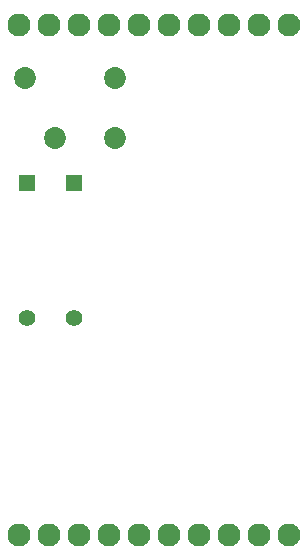
<source format=gbr>
%TF.GenerationSoftware,KiCad,Pcbnew,8.0.8*%
%TF.CreationDate,2025-03-19T16:23:10-04:00*%
%TF.ProjectId,RTDS Control Module V3.0,52544453-2043-46f6-9e74-726f6c204d6f,rev?*%
%TF.SameCoordinates,Original*%
%TF.FileFunction,Soldermask,Bot*%
%TF.FilePolarity,Negative*%
%FSLAX46Y46*%
G04 Gerber Fmt 4.6, Leading zero omitted, Abs format (unit mm)*
G04 Created by KiCad (PCBNEW 8.0.8) date 2025-03-19 16:23:10*
%MOMM*%
%LPD*%
G01*
G04 APERTURE LIST*
%ADD10R,1.397000X1.397000*%
%ADD11C,1.397000*%
%ADD12C,1.854000*%
%ADD13C,1.954000*%
G04 APERTURE END LIST*
D10*
%TO.C,R2*%
X55500000Y-38750000D03*
D11*
X55500000Y-50180000D03*
%TD*%
D12*
%TO.C,K1*%
X53890000Y-34980000D03*
X58970000Y-34980000D03*
X58970000Y-29900000D03*
X51350000Y-29900000D03*
%TD*%
D13*
%TO.C,J2*%
X50800000Y-68580000D03*
X53340000Y-68580000D03*
X55880000Y-68580000D03*
X58420000Y-68580000D03*
X60960000Y-68580000D03*
X63500000Y-68580000D03*
X66040000Y-68580000D03*
X68580000Y-68580000D03*
X71120000Y-68580000D03*
X73660000Y-68580000D03*
%TD*%
D10*
%TO.C,R1*%
X51500000Y-38785000D03*
D11*
X51500000Y-50215000D03*
%TD*%
D13*
%TO.C,J1*%
X50800000Y-25400000D03*
X53340000Y-25400000D03*
X55880000Y-25400000D03*
X58420000Y-25400000D03*
X60960000Y-25400000D03*
X63500000Y-25400000D03*
X66040000Y-25400000D03*
X68580000Y-25400000D03*
X71120000Y-25400000D03*
X73660000Y-25400000D03*
%TD*%
M02*

</source>
